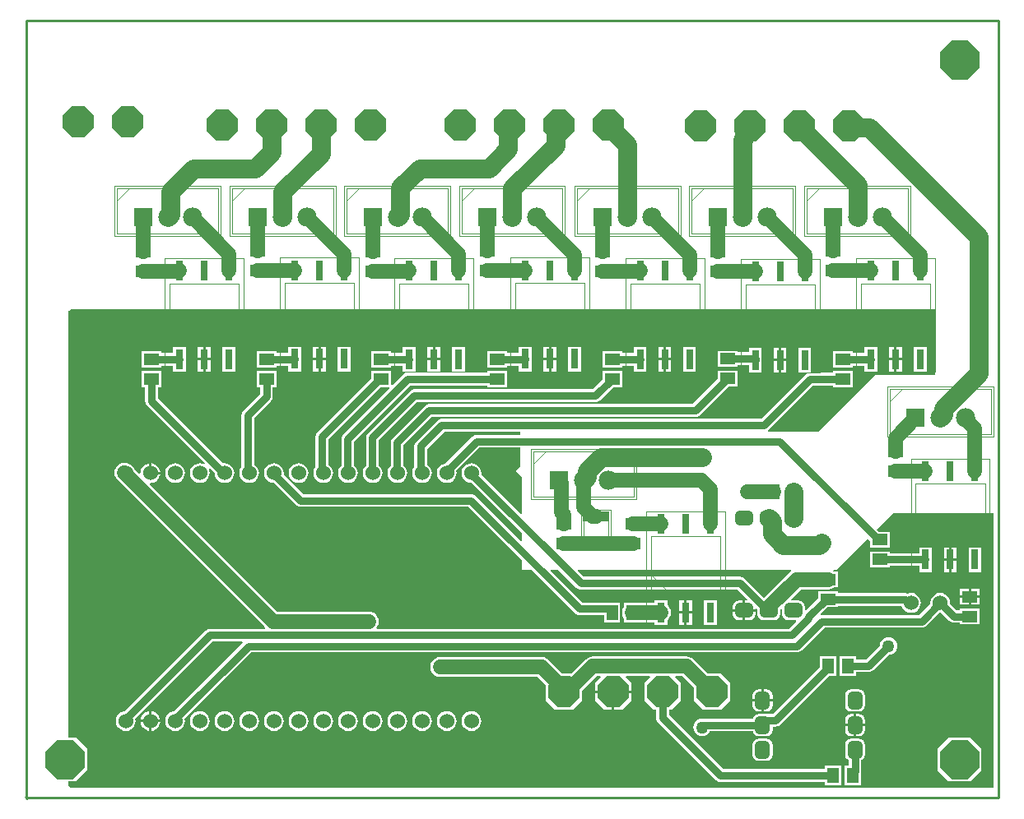
<source format=gtl>
G04*
G04 #@! TF.GenerationSoftware,Altium Limited,Altium Designer,20.0.13 (296)*
G04*
G04 Layer_Physical_Order=1*
G04 Layer_Color=255*
%FSLAX44Y44*%
%MOMM*%
G71*
G01*
G75*
%ADD10C,0.2540*%
%ADD14C,0.1000*%
%ADD15C,0.0500*%
%ADD16R,2.7200X1.0200*%
%ADD17R,1.1430X1.5240*%
G04:AMPARAMS|DCode=18|XSize=1.52mm|YSize=1.78mm|CornerRadius=0.38mm|HoleSize=0mm|Usage=FLASHONLY|Rotation=180.000|XOffset=0mm|YOffset=0mm|HoleType=Round|Shape=RoundedRectangle|*
%AMROUNDEDRECTD18*
21,1,1.5200,1.0200,0,0,180.0*
21,1,0.7600,1.7800,0,0,180.0*
1,1,0.7600,-0.3800,0.5100*
1,1,0.7600,0.3800,0.5100*
1,1,0.7600,0.3800,-0.5100*
1,1,0.7600,-0.3800,-0.5100*
%
%ADD18ROUNDEDRECTD18*%
%ADD19R,1.5240X1.1430*%
G04:AMPARAMS|DCode=20|XSize=1.52mm|YSize=1.78mm|CornerRadius=0.38mm|HoleSize=0mm|Usage=FLASHONLY|Rotation=270.000|XOffset=0mm|YOffset=0mm|HoleType=Round|Shape=RoundedRectangle|*
%AMROUNDEDRECTD20*
21,1,1.5200,1.0200,0,0,270.0*
21,1,0.7600,1.7800,0,0,270.0*
1,1,0.7600,-0.5100,-0.3800*
1,1,0.7600,-0.5100,0.3800*
1,1,0.7600,0.5100,0.3800*
1,1,0.7600,0.5100,-0.3800*
%
%ADD20ROUNDEDRECTD20*%
%ADD21R,0.8000X2.1000*%
%ADD34C,0.8000*%
%ADD35C,1.5240*%
%ADD36C,1.9800*%
%ADD37C,1.5240*%
%ADD38P,3.4641X8X202.5*%
%ADD39P,4.3296X8X22.5*%
%ADD40R,1.9800X1.9800*%
%ADD41C,1.9800*%
%ADD42C,1.2700*%
G36*
X895350Y463550D02*
X895350Y396240D01*
X833120Y396240D01*
X822960Y386080D01*
X774700Y337820D01*
X723374D01*
X722943Y339090D01*
X723484Y339506D01*
X769277Y385299D01*
X789940D01*
Y383640D01*
X810260D01*
Y400150D01*
X789940D01*
Y398491D01*
X767370D01*
Y424425D01*
X754290D01*
Y398345D01*
X762121D01*
X762552Y397075D01*
X761881Y396559D01*
X716088Y350766D01*
X387350D01*
X385643Y350542D01*
X384052Y349883D01*
X382686Y348834D01*
X361221Y327369D01*
X360172Y326003D01*
X359513Y324412D01*
X359289Y322705D01*
Y301379D01*
X358325Y300124D01*
X357301Y297652D01*
X356952Y295000D01*
X357301Y292348D01*
X358325Y289876D01*
X359954Y287754D01*
X362076Y286125D01*
X364548Y285102D01*
X367200Y284752D01*
X369852Y285102D01*
X372324Y286125D01*
X374446Y287754D01*
X376075Y289876D01*
X377099Y292348D01*
X377448Y295000D01*
X377099Y297652D01*
X376075Y300124D01*
X374446Y302246D01*
X372481Y303754D01*
Y319973D01*
X390082Y337574D01*
X468630D01*
Y334256D01*
X423440D01*
X421733Y334032D01*
X420142Y333373D01*
X418776Y332324D01*
X391562Y305111D01*
X389948Y304898D01*
X387476Y303875D01*
X385354Y302246D01*
X383725Y300124D01*
X382701Y297652D01*
X382352Y295000D01*
X382701Y292348D01*
X383725Y289876D01*
X385354Y287754D01*
X387476Y286125D01*
X389948Y285102D01*
X392600Y284752D01*
X395252Y285102D01*
X397724Y286125D01*
X399846Y287754D01*
X401475Y289876D01*
X402499Y292348D01*
X402848Y295000D01*
X402529Y297420D01*
X426172Y321064D01*
X468630D01*
Y302260D01*
X463550Y297180D01*
X469900Y290830D01*
Y253278D01*
X468727Y252792D01*
X428047Y293472D01*
X428248Y295000D01*
X427898Y297652D01*
X426875Y300124D01*
X425246Y302246D01*
X423124Y303875D01*
X420652Y304898D01*
X418000Y305248D01*
X415348Y304898D01*
X412876Y303875D01*
X410754Y302246D01*
X409125Y300124D01*
X408102Y297652D01*
X407752Y295000D01*
X408102Y292348D01*
X409125Y289876D01*
X410754Y287754D01*
X412876Y286125D01*
X415348Y285102D01*
X418000Y284752D01*
X418096Y284765D01*
X469900Y232961D01*
Y225618D01*
X468727Y225132D01*
X422494Y271364D01*
X421128Y272413D01*
X419537Y273072D01*
X417830Y273296D01*
X245022D01*
X224847Y293472D01*
X225048Y295000D01*
X224699Y297652D01*
X223675Y300124D01*
X222046Y302246D01*
X219924Y303875D01*
X217452Y304898D01*
X214800Y305248D01*
X212148Y304898D01*
X209676Y303875D01*
X207554Y302246D01*
X205925Y300124D01*
X204902Y297652D01*
X204552Y295000D01*
X204902Y292348D01*
X205925Y289876D01*
X207554Y287754D01*
X209676Y286125D01*
X212148Y285102D01*
X214800Y284752D01*
X214896Y284765D01*
X237626Y262036D01*
X238992Y260987D01*
X240583Y260328D01*
X242290Y260104D01*
X415098D01*
X469900Y205301D01*
Y195580D01*
X479621D01*
X524676Y150526D01*
X526042Y149477D01*
X527633Y148818D01*
X529340Y148594D01*
X554480D01*
Y141410D01*
X570990D01*
Y161730D01*
X561449D01*
X561020Y161786D01*
X532072D01*
X499452Y194407D01*
X499938Y195580D01*
X507281D01*
X525916Y176946D01*
X527282Y175897D01*
X528873Y175238D01*
X530580Y175014D01*
X691928D01*
X701834Y165107D01*
X701348Y163934D01*
X699770D01*
Y154940D01*
X710064D01*
Y155218D01*
X711237Y155704D01*
X712336Y154605D01*
Y149870D01*
X712828Y147396D01*
X714229Y145299D01*
X716326Y143898D01*
X718800Y143406D01*
X729000D01*
X731474Y143898D01*
X733571Y145299D01*
X734972Y147396D01*
X735464Y149870D01*
Y153984D01*
X736562Y155083D01*
X737736Y154597D01*
Y149870D01*
X738228Y147396D01*
X739629Y145299D01*
X741726Y143898D01*
X744200Y143406D01*
X751571D01*
X752057Y142233D01*
X744501Y134676D01*
X321023D01*
X320397Y135946D01*
X321295Y137116D01*
X322318Y139588D01*
X322668Y142240D01*
X322318Y144892D01*
X321295Y147364D01*
X319666Y149486D01*
X317544Y151115D01*
X315072Y152139D01*
X312420Y152488D01*
X218595D01*
X87451Y283631D01*
X88088Y284790D01*
X90452Y285102D01*
X92924Y286125D01*
X95046Y287754D01*
X96675Y289876D01*
X97698Y292348D01*
X97880Y293730D01*
X87800D01*
Y295000D01*
X86530D01*
Y305081D01*
X85148Y304898D01*
X82676Y303875D01*
X80554Y302246D01*
X78925Y300124D01*
X77902Y297652D01*
X77590Y295288D01*
X76431Y294652D01*
X71498Y299584D01*
X71275Y300124D01*
X69646Y302246D01*
X67524Y303875D01*
X65052Y304898D01*
X64912Y304917D01*
X63737Y305404D01*
X61085Y305753D01*
X58433Y305404D01*
X55961Y304380D01*
X53839Y302751D01*
X52210Y300629D01*
X51186Y298157D01*
X50837Y295505D01*
X51186Y292853D01*
X52210Y290381D01*
X53839Y288259D01*
X206151Y135946D01*
X205625Y134676D01*
X149060D01*
X147353Y134452D01*
X145762Y133793D01*
X144396Y132744D01*
X61362Y49711D01*
X59748Y49499D01*
X57276Y48475D01*
X55154Y46846D01*
X53525Y44724D01*
X52502Y42252D01*
X52152Y39600D01*
X52502Y36948D01*
X53525Y34476D01*
X55154Y32354D01*
X57276Y30725D01*
X59748Y29701D01*
X62400Y29352D01*
X65052Y29701D01*
X67524Y30725D01*
X69646Y32354D01*
X71275Y34476D01*
X72298Y36948D01*
X72648Y39600D01*
X72329Y42020D01*
X151792Y121484D01*
X182275D01*
X182761Y120310D01*
X112162Y49711D01*
X110548Y49499D01*
X108076Y48475D01*
X105954Y46846D01*
X104325Y44724D01*
X103301Y42252D01*
X102952Y39600D01*
X103301Y36948D01*
X104325Y34476D01*
X105954Y32354D01*
X108076Y30725D01*
X110548Y29701D01*
X113200Y29352D01*
X115852Y29701D01*
X118324Y30725D01*
X120446Y32354D01*
X122075Y34476D01*
X123098Y36948D01*
X123448Y39600D01*
X123129Y42020D01*
X191352Y110244D01*
X753110D01*
X754817Y110468D01*
X756408Y111127D01*
X757774Y112176D01*
X781242Y135644D01*
X881140D01*
X882847Y135868D01*
X884438Y136527D01*
X885804Y137576D01*
X899378Y151149D01*
X900190Y151042D01*
X901002Y151149D01*
X909496Y142656D01*
X910862Y141607D01*
X912453Y140948D01*
X914160Y140724D01*
X920750D01*
Y139065D01*
X941070D01*
Y155575D01*
X920750D01*
Y153916D01*
X916892D01*
X910331Y160478D01*
X910438Y161290D01*
X910089Y163942D01*
X909065Y166414D01*
X907436Y168536D01*
X905314Y170165D01*
X902842Y171189D01*
X900190Y171538D01*
X897538Y171189D01*
X895066Y170165D01*
X892944Y168536D01*
X891315Y166414D01*
X890292Y163942D01*
X889942Y161290D01*
X890049Y160478D01*
X878408Y148836D01*
X778510D01*
X777711Y148731D01*
X777118Y149934D01*
X784029Y156845D01*
X795020D01*
Y158075D01*
X860525D01*
X861315Y156166D01*
X862944Y154044D01*
X865066Y152415D01*
X867538Y151391D01*
X870190Y151042D01*
X872842Y151391D01*
X875314Y152415D01*
X877436Y154044D01*
X879065Y156166D01*
X880089Y158638D01*
X880438Y161290D01*
X880089Y163942D01*
X879065Y166414D01*
X877436Y168536D01*
X875314Y170165D01*
X872842Y171189D01*
X870190Y171538D01*
X867538Y171189D01*
X866872Y170913D01*
X866557Y171043D01*
X864850Y171268D01*
X795020D01*
Y173355D01*
X774700D01*
Y166174D01*
X762038Y153511D01*
X760864Y153997D01*
Y157470D01*
X760372Y159944D01*
X758971Y162041D01*
X756874Y163442D01*
X754400Y163934D01*
X747074D01*
X746588Y165107D01*
X756652Y175172D01*
X784860D01*
X787512Y175522D01*
X789984Y176545D01*
X790791Y177165D01*
X795020D01*
Y184754D01*
X795108Y185420D01*
X795020Y186086D01*
Y193675D01*
X790934D01*
X790313Y194310D01*
X790750Y195580D01*
X793750D01*
X825708Y227538D01*
X828040Y225206D01*
Y218025D01*
X848360D01*
Y234535D01*
X837369D01*
X835037Y236867D01*
X852170Y254000D01*
X955040D01*
Y-29210D01*
X6350D01*
X3810Y-26670D01*
Y-22540D01*
X11270D01*
X22540Y-11270D01*
Y11270D01*
X11270Y22540D01*
X3810D01*
Y462280D01*
X5080D01*
X6350Y463550D01*
X895350Y463550D01*
D02*
G37*
G36*
X747321Y194310D02*
X747284Y194295D01*
X745161Y192666D01*
X745161Y192666D01*
X719047Y166552D01*
X699324Y186274D01*
X697958Y187323D01*
X696367Y187982D01*
X694660Y188206D01*
X533312D01*
X527112Y194407D01*
X527598Y195580D01*
X747068Y195580D01*
X747321Y194310D01*
D02*
G37*
%LPC*%
G36*
X716570Y424425D02*
X703490D01*
Y419251D01*
X691402D01*
Y420910D01*
X671082D01*
Y404400D01*
X691402D01*
Y406059D01*
X703490D01*
Y398345D01*
X716570D01*
Y410956D01*
X716627Y411385D01*
Y412655D01*
X716570Y413084D01*
Y424425D01*
D02*
G37*
G36*
X835427Y425255D02*
X822347D01*
Y418811D01*
X810260D01*
Y420470D01*
X789940D01*
Y403960D01*
X810260D01*
Y405619D01*
X822347D01*
Y399175D01*
X835427D01*
Y411786D01*
X835484Y412215D01*
X835427Y412644D01*
Y425255D01*
D02*
G37*
G36*
X598062D02*
X584982D01*
Y418811D01*
X572895D01*
Y420470D01*
X552575D01*
Y403960D01*
X572895D01*
Y405619D01*
X584982D01*
Y399175D01*
X598062D01*
Y411786D01*
X598119Y412215D01*
X598062Y412644D01*
Y425255D01*
D02*
G37*
G36*
X479952Y425695D02*
X466872D01*
Y418811D01*
X454785D01*
Y420470D01*
X434465D01*
Y403960D01*
X454785D01*
Y405619D01*
X466872D01*
Y399615D01*
X479952D01*
Y411786D01*
X480009Y412215D01*
Y412655D01*
X479952Y413084D01*
Y425695D01*
D02*
G37*
G36*
X242885D02*
X229805D01*
Y418811D01*
X217295D01*
Y420470D01*
X196975D01*
Y403960D01*
X217295D01*
Y405619D01*
X229805D01*
Y399615D01*
X242885D01*
Y411786D01*
X242941Y412215D01*
Y412655D01*
X242885Y413084D01*
Y425695D01*
D02*
G37*
G36*
X124352Y425255D02*
X111272D01*
Y418811D01*
X99185D01*
Y420470D01*
X78865D01*
Y403960D01*
X99185D01*
Y405619D01*
X111272D01*
Y399175D01*
X124352D01*
Y411786D01*
X124409Y412215D01*
X124352Y412644D01*
Y425255D01*
D02*
G37*
G36*
X505352Y425695D02*
X500082D01*
Y413925D01*
X505352D01*
Y425695D01*
D02*
G37*
G36*
X268285D02*
X263015D01*
Y413925D01*
X268285D01*
Y425695D01*
D02*
G37*
G36*
X497542D02*
X492272D01*
Y413925D01*
X497542D01*
Y425695D01*
D02*
G37*
G36*
X260475D02*
X255205D01*
Y413925D01*
X260475D01*
Y425695D01*
D02*
G37*
G36*
X860827Y425255D02*
X855557D01*
Y413485D01*
X860827D01*
Y425255D01*
D02*
G37*
G36*
X623462D02*
X618192D01*
Y413485D01*
X623462D01*
Y425255D01*
D02*
G37*
G36*
X385972D02*
X380702D01*
Y413485D01*
X385972D01*
Y425255D01*
D02*
G37*
G36*
X149752D02*
X144482D01*
Y413485D01*
X149752D01*
Y425255D01*
D02*
G37*
G36*
X853017D02*
X847747D01*
Y413485D01*
X853017D01*
Y425255D01*
D02*
G37*
G36*
X615652D02*
X610382D01*
Y413485D01*
X615652D01*
Y425255D01*
D02*
G37*
G36*
X141942D02*
X136672D01*
Y413485D01*
X141942D01*
Y425255D01*
D02*
G37*
G36*
X378162D02*
X372892D01*
Y413485D01*
X378162D01*
Y425255D01*
D02*
G37*
G36*
X741970Y424425D02*
X736700D01*
Y412655D01*
X741970D01*
Y424425D01*
D02*
G37*
G36*
X734160D02*
X728890D01*
Y412655D01*
X734160D01*
Y424425D01*
D02*
G37*
G36*
X530752Y425695D02*
X517672D01*
Y399615D01*
X530752D01*
Y425695D01*
D02*
G37*
G36*
X505352Y411385D02*
X500082D01*
Y399615D01*
X505352D01*
Y411385D01*
D02*
G37*
G36*
X497542D02*
X492272D01*
Y399615D01*
X497542D01*
Y411385D01*
D02*
G37*
G36*
X293685Y425695D02*
X280605D01*
Y399615D01*
X293685D01*
Y425695D01*
D02*
G37*
G36*
X268285Y411385D02*
X263015D01*
Y399615D01*
X268285D01*
Y411385D01*
D02*
G37*
G36*
X260475D02*
X255205D01*
Y399615D01*
X260475D01*
Y411385D01*
D02*
G37*
G36*
X886227Y425255D02*
X873147D01*
Y399175D01*
X886227D01*
Y425255D01*
D02*
G37*
G36*
X860827Y410945D02*
X855557D01*
Y399175D01*
X860827D01*
Y410945D01*
D02*
G37*
G36*
X853017D02*
X847747D01*
Y399175D01*
X853017D01*
Y410945D01*
D02*
G37*
G36*
X648862Y425255D02*
X635782D01*
Y399175D01*
X648862D01*
Y425255D01*
D02*
G37*
G36*
X623462Y410945D02*
X618192D01*
Y399175D01*
X623462D01*
Y410945D01*
D02*
G37*
G36*
X615652D02*
X610382D01*
Y399175D01*
X615652D01*
Y410945D01*
D02*
G37*
G36*
X175152Y425255D02*
X162072D01*
Y399175D01*
X175152D01*
Y425255D01*
D02*
G37*
G36*
X149752Y410945D02*
X144482D01*
Y399175D01*
X149752D01*
Y410945D01*
D02*
G37*
G36*
X141942D02*
X136672D01*
Y399175D01*
X141942D01*
Y410945D01*
D02*
G37*
G36*
X411372Y425255D02*
X398292D01*
Y399762D01*
X398292Y399175D01*
X397305Y398491D01*
X386959D01*
X385972Y399175D01*
X385972Y399762D01*
Y410945D01*
X379432D01*
Y412215D01*
D01*
Y410945D01*
X372892D01*
Y399762D01*
X372892Y399175D01*
X371906Y398491D01*
X361559D01*
X360572Y399175D01*
X360572Y399762D01*
Y411786D01*
X360629Y412215D01*
X360572Y412644D01*
Y425255D01*
X347492D01*
Y418811D01*
X335405D01*
Y420470D01*
X315085D01*
Y403960D01*
X335405D01*
Y405619D01*
X347492D01*
Y399175D01*
X349692D01*
X349944Y397905D01*
X349227Y397608D01*
X347861Y396559D01*
X336578Y385277D01*
X335405Y385763D01*
Y400150D01*
X315085D01*
Y392969D01*
X259621Y337504D01*
X258572Y336138D01*
X257913Y334547D01*
X257689Y332840D01*
Y301379D01*
X256725Y300124D01*
X255702Y297652D01*
X255352Y295000D01*
X255702Y292348D01*
X256725Y289876D01*
X258354Y287754D01*
X260476Y286125D01*
X262948Y285102D01*
X265600Y284752D01*
X268252Y285102D01*
X270724Y286125D01*
X272846Y287754D01*
X274475Y289876D01*
X275499Y292348D01*
X275848Y295000D01*
X275499Y297652D01*
X274475Y300124D01*
X272846Y302246D01*
X270881Y303754D01*
Y330108D01*
X324414Y383640D01*
X333282D01*
X333768Y382467D01*
X286166Y334864D01*
X285117Y333498D01*
X284458Y331907D01*
X284234Y330200D01*
Y302614D01*
X283754Y302246D01*
X282125Y300124D01*
X281101Y297652D01*
X280752Y295000D01*
X281101Y292348D01*
X282125Y289876D01*
X283754Y287754D01*
X285876Y286125D01*
X288348Y285102D01*
X291000Y284752D01*
X293652Y285102D01*
X296124Y286125D01*
X298246Y287754D01*
X299875Y289876D01*
X300898Y292348D01*
X301248Y295000D01*
X300898Y297652D01*
X299875Y300124D01*
X298246Y302246D01*
X297426Y302875D01*
Y327468D01*
X355257Y385299D01*
X434465D01*
Y383640D01*
X454785D01*
Y400150D01*
X434465D01*
Y398491D01*
X412359D01*
X411372Y399175D01*
X411372Y399762D01*
Y425255D01*
D02*
G37*
G36*
X741970Y410115D02*
X736700D01*
Y398345D01*
X741970D01*
Y410115D01*
D02*
G37*
G36*
X734160D02*
X728890D01*
Y398345D01*
X734160D01*
Y410115D01*
D02*
G37*
G36*
X99185Y400150D02*
X78865D01*
Y383640D01*
X82429D01*
Y369165D01*
X82653Y367458D01*
X83312Y365867D01*
X84361Y364501D01*
X143533Y305329D01*
X142813Y304252D01*
X141252Y304898D01*
X138600Y305248D01*
X135948Y304898D01*
X133476Y303875D01*
X131354Y302246D01*
X129725Y300124D01*
X128701Y297652D01*
X128352Y295000D01*
X128701Y292348D01*
X129725Y289876D01*
X131354Y287754D01*
X133476Y286125D01*
X135948Y285102D01*
X138600Y284752D01*
X141252Y285102D01*
X143724Y286125D01*
X145846Y287754D01*
X147475Y289876D01*
X148498Y292348D01*
X148848Y295000D01*
X148498Y297652D01*
X147852Y299213D01*
X148929Y299933D01*
X153765Y295096D01*
X153752Y295000D01*
X154101Y292348D01*
X155125Y289876D01*
X156754Y287754D01*
X158876Y286125D01*
X161348Y285102D01*
X164000Y284752D01*
X166652Y285102D01*
X169124Y286125D01*
X171246Y287754D01*
X172875Y289876D01*
X173899Y292348D01*
X174248Y295000D01*
X173899Y297652D01*
X172875Y300124D01*
X171246Y302246D01*
X169124Y303875D01*
X166652Y304898D01*
X164000Y305248D01*
X162472Y305047D01*
X95621Y371897D01*
Y383640D01*
X99185D01*
Y400150D01*
D02*
G37*
G36*
X89070Y305081D02*
Y296270D01*
X97880D01*
X97698Y297652D01*
X96675Y300124D01*
X95046Y302246D01*
X92924Y303875D01*
X90452Y304898D01*
X89070Y305081D01*
D02*
G37*
G36*
X691402Y400590D02*
X671082D01*
Y391504D01*
X645585Y366006D01*
X374650D01*
X372943Y365782D01*
X371352Y365123D01*
X369986Y364074D01*
X336966Y331054D01*
X335917Y329688D01*
X335258Y328097D01*
X335034Y326390D01*
Y302614D01*
X334554Y302246D01*
X332925Y300124D01*
X331902Y297652D01*
X331552Y295000D01*
X331902Y292348D01*
X332925Y289876D01*
X334554Y287754D01*
X336676Y286125D01*
X339148Y285102D01*
X341800Y284752D01*
X344452Y285102D01*
X346924Y286125D01*
X349046Y287754D01*
X350675Y289876D01*
X351698Y292348D01*
X352048Y295000D01*
X351698Y297652D01*
X350675Y300124D01*
X349046Y302246D01*
X348226Y302875D01*
Y323658D01*
X377382Y352814D01*
X648317D01*
X650025Y353038D01*
X651616Y353697D01*
X652982Y354746D01*
X682316Y384080D01*
X691402D01*
Y400590D01*
D02*
G37*
G36*
X572895Y400150D02*
X552575D01*
Y391064D01*
X542758Y381246D01*
X359410D01*
X357703Y381022D01*
X356112Y380363D01*
X354746Y379314D01*
X311566Y336134D01*
X310517Y334768D01*
X309858Y333177D01*
X309634Y331470D01*
Y302614D01*
X309154Y302246D01*
X307525Y300124D01*
X306502Y297652D01*
X306152Y295000D01*
X306502Y292348D01*
X307525Y289876D01*
X309154Y287754D01*
X311276Y286125D01*
X313748Y285102D01*
X316400Y284752D01*
X319052Y285102D01*
X321524Y286125D01*
X323646Y287754D01*
X325275Y289876D01*
X326298Y292348D01*
X326648Y295000D01*
X326298Y297652D01*
X325275Y300124D01*
X323646Y302246D01*
X322826Y302875D01*
Y328738D01*
X362142Y368054D01*
X545490D01*
X547197Y368278D01*
X548788Y368937D01*
X550154Y369986D01*
X563809Y383640D01*
X572895D01*
Y400150D01*
D02*
G37*
G36*
X240200Y305248D02*
X237548Y304898D01*
X235076Y303875D01*
X232954Y302246D01*
X231325Y300124D01*
X230301Y297652D01*
X229952Y295000D01*
X230301Y292348D01*
X231325Y289876D01*
X232954Y287754D01*
X235076Y286125D01*
X237548Y285102D01*
X240200Y284752D01*
X242852Y285102D01*
X245324Y286125D01*
X247446Y287754D01*
X249075Y289876D01*
X250098Y292348D01*
X250448Y295000D01*
X250098Y297652D01*
X249075Y300124D01*
X247446Y302246D01*
X245324Y303875D01*
X242852Y304898D01*
X240200Y305248D01*
D02*
G37*
G36*
X217295Y400150D02*
X196975D01*
Y383640D01*
X200539D01*
Y376237D01*
X183421Y359119D01*
X182372Y357753D01*
X181713Y356162D01*
X181489Y354455D01*
Y301379D01*
X180525Y300124D01*
X179501Y297652D01*
X179152Y295000D01*
X179501Y292348D01*
X180525Y289876D01*
X182154Y287754D01*
X184276Y286125D01*
X186748Y285102D01*
X189400Y284752D01*
X192052Y285102D01*
X194524Y286125D01*
X196646Y287754D01*
X198275Y289876D01*
X199298Y292348D01*
X199648Y295000D01*
X199298Y297652D01*
X198275Y300124D01*
X196646Y302246D01*
X194681Y303754D01*
Y351723D01*
X211799Y368841D01*
X212848Y370207D01*
X213507Y371798D01*
X213731Y373505D01*
Y383640D01*
X217295D01*
Y400150D01*
D02*
G37*
G36*
X113200Y305248D02*
X110548Y304898D01*
X108076Y303875D01*
X105954Y302246D01*
X104325Y300124D01*
X103301Y297652D01*
X102952Y295000D01*
X103301Y292348D01*
X104325Y289876D01*
X105954Y287754D01*
X108076Y286125D01*
X110548Y285102D01*
X113200Y284752D01*
X115852Y285102D01*
X118324Y286125D01*
X120446Y287754D01*
X122075Y289876D01*
X123098Y292348D01*
X123448Y295000D01*
X123098Y297652D01*
X122075Y300124D01*
X120446Y302246D01*
X118324Y303875D01*
X115852Y304898D01*
X113200Y305248D01*
D02*
G37*
G36*
X891730Y219000D02*
X878650D01*
Y212556D01*
X848360D01*
Y214215D01*
X828040D01*
Y197705D01*
X848360D01*
Y199363D01*
X878650D01*
Y192920D01*
X891730D01*
Y205531D01*
X891786Y205960D01*
X891730Y206389D01*
Y219000D01*
D02*
G37*
G36*
X917130D02*
X911860D01*
Y207230D01*
X917130D01*
Y219000D01*
D02*
G37*
G36*
X909320D02*
X904050D01*
Y207230D01*
X909320D01*
Y219000D01*
D02*
G37*
G36*
X942530D02*
X929450D01*
Y192920D01*
X942530D01*
Y219000D01*
D02*
G37*
G36*
X917130Y204690D02*
X911860D01*
Y192920D01*
X917130D01*
Y204690D01*
D02*
G37*
G36*
X909320D02*
X904050D01*
Y192920D01*
X909320D01*
Y204690D01*
D02*
G37*
G36*
X941070Y175895D02*
X932180D01*
Y168910D01*
X941070D01*
Y175895D01*
D02*
G37*
G36*
X929640D02*
X920750D01*
Y168910D01*
X929640D01*
Y175895D01*
D02*
G37*
G36*
X941070Y166370D02*
X932180D01*
Y159385D01*
X941070D01*
Y166370D01*
D02*
G37*
G36*
X929640D02*
X920750D01*
Y159385D01*
X929640D01*
Y166370D01*
D02*
G37*
G36*
X697230Y163934D02*
X693400D01*
X690926Y163442D01*
X688829Y162041D01*
X687428Y159944D01*
X686936Y157470D01*
Y154940D01*
X697230D01*
Y163934D01*
D02*
G37*
G36*
X644927Y164610D02*
X639657D01*
Y152840D01*
X644927D01*
Y164610D01*
D02*
G37*
G36*
X637117D02*
X631847D01*
Y152840D01*
X637117D01*
Y164610D01*
D02*
G37*
G36*
X710064Y152400D02*
X699770D01*
Y143406D01*
X703600D01*
X706074Y143898D01*
X708171Y145299D01*
X709572Y147396D01*
X710064Y149870D01*
Y152400D01*
D02*
G37*
G36*
X697230D02*
X686936D01*
Y149870D01*
X687428Y147396D01*
X688829Y145299D01*
X690926Y143898D01*
X693400Y143406D01*
X697230D01*
Y152400D01*
D02*
G37*
G36*
X670327Y164610D02*
X657247D01*
Y138530D01*
X670327D01*
Y164610D01*
D02*
G37*
G36*
X644927Y150300D02*
X639657D01*
Y138530D01*
X644927D01*
Y150300D01*
D02*
G37*
G36*
X637117D02*
X631847D01*
Y138530D01*
X637117D01*
Y150300D01*
D02*
G37*
G36*
X619527Y164610D02*
X606447D01*
Y161818D01*
X583055D01*
X582389Y161730D01*
X574800D01*
Y157501D01*
X574180Y156694D01*
X573157Y154222D01*
X572807Y151570D01*
X573157Y148918D01*
X574180Y146446D01*
X574800Y145638D01*
Y141410D01*
X582389D01*
X583055Y141322D01*
X606447D01*
Y138530D01*
X619527D01*
Y143782D01*
X620234Y144324D01*
X621862Y146446D01*
X622886Y148918D01*
X623235Y151570D01*
X622886Y154222D01*
X621862Y156694D01*
X620234Y158816D01*
X619527Y159358D01*
Y164610D01*
D02*
G37*
G36*
X639318Y106260D02*
X639318Y106260D01*
X542780D01*
X542779Y106260D01*
X540127Y105911D01*
X537655Y104887D01*
X535533Y103258D01*
X520667Y88392D01*
X511570D01*
X497466Y102496D01*
X495344Y104125D01*
X492872Y105148D01*
X490220Y105498D01*
X490220Y105498D01*
X386080D01*
X383428Y105148D01*
X380956Y104125D01*
X378834Y102496D01*
X377205Y100374D01*
X376181Y97902D01*
X375832Y95250D01*
X376181Y92598D01*
X377205Y90126D01*
X378834Y88004D01*
X380956Y86375D01*
X383428Y85351D01*
X386080Y85002D01*
X485975D01*
X494538Y76439D01*
Y60579D01*
X503809Y51308D01*
X522351D01*
X531622Y60579D01*
Y70362D01*
X547024Y85764D01*
X550322D01*
X550808Y84591D01*
X545338Y79121D01*
Y71120D01*
X563880D01*
X582422D01*
Y79121D01*
X576952Y84591D01*
X577438Y85764D01*
X601122D01*
X601608Y84591D01*
X596138Y79121D01*
Y60579D01*
X605409Y51308D01*
X608084D01*
Y43180D01*
X608308Y41473D01*
X608967Y39882D01*
X610016Y38516D01*
X669706Y-21174D01*
X671072Y-22223D01*
X672663Y-22882D01*
X674370Y-23106D01*
X781685D01*
Y-26670D01*
X798195D01*
Y-6350D01*
X781685D01*
Y-9914D01*
X677102D01*
X621276Y45912D01*
Y51308D01*
X623951D01*
X633222Y60579D01*
Y79121D01*
X627752Y84591D01*
X628238Y85764D01*
X635073D01*
X646938Y73899D01*
Y60579D01*
X656209Y51308D01*
X674751D01*
X684022Y60579D01*
Y79121D01*
X674751Y88392D01*
X661430D01*
X646564Y103258D01*
X644442Y104887D01*
X641970Y105911D01*
X639318Y106260D01*
D02*
G37*
G36*
X847090Y125807D02*
X844769Y125501D01*
X842607Y124605D01*
X840750Y123180D01*
X839325Y121323D01*
X838429Y119161D01*
X838178Y117257D01*
X824038Y103116D01*
X813435D01*
Y106680D01*
X796925D01*
Y86360D01*
X813435D01*
Y89924D01*
X826770D01*
X828477Y90148D01*
X830068Y90807D01*
X831434Y91856D01*
X847507Y107928D01*
X849411Y108179D01*
X851573Y109075D01*
X853430Y110500D01*
X854855Y112357D01*
X855751Y114519D01*
X856057Y116840D01*
X855751Y119161D01*
X854855Y121323D01*
X853430Y123180D01*
X851573Y124605D01*
X849411Y125501D01*
X847090Y125807D01*
D02*
G37*
G36*
X721350Y72524D02*
X718820D01*
Y62230D01*
X727814D01*
Y66060D01*
X727322Y68534D01*
X725921Y70631D01*
X723824Y72032D01*
X721350Y72524D01*
D02*
G37*
G36*
X716280D02*
X713750D01*
X711276Y72032D01*
X709179Y70631D01*
X707778Y68534D01*
X707286Y66060D01*
Y62230D01*
X716280D01*
Y72524D01*
D02*
G37*
G36*
X582422Y68580D02*
X565150D01*
Y51308D01*
X573151D01*
X582422Y60579D01*
Y68580D01*
D02*
G37*
G36*
X562610D02*
X545338D01*
Y60579D01*
X554609Y51308D01*
X562610D01*
Y68580D01*
D02*
G37*
G36*
X816350Y72524D02*
X808750D01*
X806276Y72032D01*
X804179Y70631D01*
X802778Y68534D01*
X802286Y66060D01*
Y55860D01*
X802778Y53386D01*
X804179Y51289D01*
X806276Y49888D01*
X808750Y49396D01*
X816350D01*
X818824Y49888D01*
X820921Y51289D01*
X822322Y53386D01*
X822814Y55860D01*
Y66060D01*
X822322Y68534D01*
X820921Y70631D01*
X818824Y72032D01*
X816350Y72524D01*
D02*
G37*
G36*
X727814Y59690D02*
X718820D01*
Y49396D01*
X721350D01*
X723824Y49888D01*
X725921Y51289D01*
X727322Y53386D01*
X727814Y55860D01*
Y59690D01*
D02*
G37*
G36*
X716280D02*
X707286D01*
Y55860D01*
X707778Y53386D01*
X709179Y51289D01*
X711276Y49888D01*
X713750Y49396D01*
X716280D01*
Y59690D01*
D02*
G37*
G36*
X793115Y106680D02*
X776605D01*
Y95689D01*
X727973Y47056D01*
X721691D01*
X721350Y47124D01*
X713750D01*
X711276Y46632D01*
X709179Y45231D01*
X707778Y43134D01*
X707583Y42156D01*
X659132D01*
X657424Y41932D01*
X657018Y41763D01*
X655320Y41987D01*
X652999Y41681D01*
X650837Y40785D01*
X648980Y39360D01*
X647555Y37503D01*
X646659Y35341D01*
X646353Y33020D01*
X646659Y30699D01*
X647555Y28537D01*
X648980Y26680D01*
X650837Y25255D01*
X652999Y24359D01*
X655320Y24053D01*
X657641Y24359D01*
X659803Y25255D01*
X661660Y26680D01*
X663085Y28537D01*
X663262Y28964D01*
X707583D01*
X707778Y27986D01*
X709179Y25889D01*
X711276Y24488D01*
X713750Y23996D01*
X721350D01*
X723824Y24488D01*
X725921Y25889D01*
X727322Y27986D01*
X727814Y30460D01*
Y33864D01*
X730705D01*
X732412Y34088D01*
X734003Y34747D01*
X735369Y35796D01*
X785934Y86360D01*
X793115D01*
Y106680D01*
D02*
G37*
G36*
X89070Y49681D02*
Y40870D01*
X97880D01*
X97698Y42252D01*
X96675Y44724D01*
X95046Y46846D01*
X92924Y48475D01*
X90452Y49499D01*
X89070Y49681D01*
D02*
G37*
G36*
X86530D02*
X85148Y49499D01*
X82676Y48475D01*
X80554Y46846D01*
X78925Y44724D01*
X77902Y42252D01*
X77719Y40870D01*
X86530D01*
Y49681D01*
D02*
G37*
G36*
X816350Y47124D02*
X813820D01*
Y36830D01*
X822814D01*
Y40660D01*
X822322Y43134D01*
X820921Y45231D01*
X818824Y46632D01*
X816350Y47124D01*
D02*
G37*
G36*
X811280D02*
X808750D01*
X806276Y46632D01*
X804179Y45231D01*
X802778Y43134D01*
X802286Y40660D01*
Y36830D01*
X811280D01*
Y47124D01*
D02*
G37*
G36*
X97880Y38330D02*
X89070D01*
Y29520D01*
X90452Y29701D01*
X92924Y30725D01*
X95046Y32354D01*
X96675Y34476D01*
X97698Y36948D01*
X97880Y38330D01*
D02*
G37*
G36*
X86530D02*
X77719D01*
X77902Y36948D01*
X78925Y34476D01*
X80554Y32354D01*
X82676Y30725D01*
X85148Y29701D01*
X86530Y29520D01*
Y38330D01*
D02*
G37*
G36*
X418000Y49848D02*
X415348Y49499D01*
X412876Y48475D01*
X410754Y46846D01*
X409125Y44724D01*
X408102Y42252D01*
X407752Y39600D01*
X408102Y36948D01*
X409125Y34476D01*
X410754Y32354D01*
X412876Y30725D01*
X415348Y29701D01*
X418000Y29352D01*
X420652Y29701D01*
X423124Y30725D01*
X425246Y32354D01*
X426875Y34476D01*
X427898Y36948D01*
X428248Y39600D01*
X427898Y42252D01*
X426875Y44724D01*
X425246Y46846D01*
X423124Y48475D01*
X420652Y49499D01*
X418000Y49848D01*
D02*
G37*
G36*
X392600D02*
X389948Y49499D01*
X387476Y48475D01*
X385354Y46846D01*
X383725Y44724D01*
X382701Y42252D01*
X382352Y39600D01*
X382701Y36948D01*
X383725Y34476D01*
X385354Y32354D01*
X387476Y30725D01*
X389948Y29701D01*
X392600Y29352D01*
X395252Y29701D01*
X397724Y30725D01*
X399846Y32354D01*
X401475Y34476D01*
X402499Y36948D01*
X402848Y39600D01*
X402499Y42252D01*
X401475Y44724D01*
X399846Y46846D01*
X397724Y48475D01*
X395252Y49499D01*
X392600Y49848D01*
D02*
G37*
G36*
X367200D02*
X364548Y49499D01*
X362076Y48475D01*
X359954Y46846D01*
X358325Y44724D01*
X357301Y42252D01*
X356952Y39600D01*
X357301Y36948D01*
X358325Y34476D01*
X359954Y32354D01*
X362076Y30725D01*
X364548Y29701D01*
X367200Y29352D01*
X369852Y29701D01*
X372324Y30725D01*
X374446Y32354D01*
X376075Y34476D01*
X377099Y36948D01*
X377448Y39600D01*
X377099Y42252D01*
X376075Y44724D01*
X374446Y46846D01*
X372324Y48475D01*
X369852Y49499D01*
X367200Y49848D01*
D02*
G37*
G36*
X341800D02*
X339148Y49499D01*
X336676Y48475D01*
X334554Y46846D01*
X332925Y44724D01*
X331902Y42252D01*
X331552Y39600D01*
X331902Y36948D01*
X332925Y34476D01*
X334554Y32354D01*
X336676Y30725D01*
X339148Y29701D01*
X341800Y29352D01*
X344452Y29701D01*
X346924Y30725D01*
X349046Y32354D01*
X350675Y34476D01*
X351698Y36948D01*
X352048Y39600D01*
X351698Y42252D01*
X350675Y44724D01*
X349046Y46846D01*
X346924Y48475D01*
X344452Y49499D01*
X341800Y49848D01*
D02*
G37*
G36*
X316400D02*
X313748Y49499D01*
X311276Y48475D01*
X309154Y46846D01*
X307525Y44724D01*
X306502Y42252D01*
X306152Y39600D01*
X306502Y36948D01*
X307525Y34476D01*
X309154Y32354D01*
X311276Y30725D01*
X313748Y29701D01*
X316400Y29352D01*
X319052Y29701D01*
X321524Y30725D01*
X323646Y32354D01*
X325275Y34476D01*
X326298Y36948D01*
X326648Y39600D01*
X326298Y42252D01*
X325275Y44724D01*
X323646Y46846D01*
X321524Y48475D01*
X319052Y49499D01*
X316400Y49848D01*
D02*
G37*
G36*
X291000D02*
X288348Y49499D01*
X285876Y48475D01*
X283754Y46846D01*
X282125Y44724D01*
X281101Y42252D01*
X280752Y39600D01*
X281101Y36948D01*
X282125Y34476D01*
X283754Y32354D01*
X285876Y30725D01*
X288348Y29701D01*
X291000Y29352D01*
X293652Y29701D01*
X296124Y30725D01*
X298246Y32354D01*
X299875Y34476D01*
X300898Y36948D01*
X301248Y39600D01*
X300898Y42252D01*
X299875Y44724D01*
X298246Y46846D01*
X296124Y48475D01*
X293652Y49499D01*
X291000Y49848D01*
D02*
G37*
G36*
X265600D02*
X262948Y49499D01*
X260476Y48475D01*
X258354Y46846D01*
X256725Y44724D01*
X255702Y42252D01*
X255352Y39600D01*
X255702Y36948D01*
X256725Y34476D01*
X258354Y32354D01*
X260476Y30725D01*
X262948Y29701D01*
X265600Y29352D01*
X268252Y29701D01*
X270724Y30725D01*
X272846Y32354D01*
X274475Y34476D01*
X275499Y36948D01*
X275848Y39600D01*
X275499Y42252D01*
X274475Y44724D01*
X272846Y46846D01*
X270724Y48475D01*
X268252Y49499D01*
X265600Y49848D01*
D02*
G37*
G36*
X240200D02*
X237548Y49499D01*
X235076Y48475D01*
X232954Y46846D01*
X231325Y44724D01*
X230301Y42252D01*
X229952Y39600D01*
X230301Y36948D01*
X231325Y34476D01*
X232954Y32354D01*
X235076Y30725D01*
X237548Y29701D01*
X240200Y29352D01*
X242852Y29701D01*
X245324Y30725D01*
X247446Y32354D01*
X249075Y34476D01*
X250098Y36948D01*
X250448Y39600D01*
X250098Y42252D01*
X249075Y44724D01*
X247446Y46846D01*
X245324Y48475D01*
X242852Y49499D01*
X240200Y49848D01*
D02*
G37*
G36*
X214800D02*
X212148Y49499D01*
X209676Y48475D01*
X207554Y46846D01*
X205925Y44724D01*
X204902Y42252D01*
X204552Y39600D01*
X204902Y36948D01*
X205925Y34476D01*
X207554Y32354D01*
X209676Y30725D01*
X212148Y29701D01*
X214800Y29352D01*
X217452Y29701D01*
X219924Y30725D01*
X222046Y32354D01*
X223675Y34476D01*
X224699Y36948D01*
X225048Y39600D01*
X224699Y42252D01*
X223675Y44724D01*
X222046Y46846D01*
X219924Y48475D01*
X217452Y49499D01*
X214800Y49848D01*
D02*
G37*
G36*
X189400D02*
X186748Y49499D01*
X184276Y48475D01*
X182154Y46846D01*
X180525Y44724D01*
X179501Y42252D01*
X179152Y39600D01*
X179501Y36948D01*
X180525Y34476D01*
X182154Y32354D01*
X184276Y30725D01*
X186748Y29701D01*
X189400Y29352D01*
X192052Y29701D01*
X194524Y30725D01*
X196646Y32354D01*
X198275Y34476D01*
X199298Y36948D01*
X199648Y39600D01*
X199298Y42252D01*
X198275Y44724D01*
X196646Y46846D01*
X194524Y48475D01*
X192052Y49499D01*
X189400Y49848D01*
D02*
G37*
G36*
X164000D02*
X161348Y49499D01*
X158876Y48475D01*
X156754Y46846D01*
X155125Y44724D01*
X154101Y42252D01*
X153752Y39600D01*
X154101Y36948D01*
X155125Y34476D01*
X156754Y32354D01*
X158876Y30725D01*
X161348Y29701D01*
X164000Y29352D01*
X166652Y29701D01*
X169124Y30725D01*
X171246Y32354D01*
X172875Y34476D01*
X173899Y36948D01*
X174248Y39600D01*
X173899Y42252D01*
X172875Y44724D01*
X171246Y46846D01*
X169124Y48475D01*
X166652Y49499D01*
X164000Y49848D01*
D02*
G37*
G36*
X138600D02*
X135948Y49499D01*
X133476Y48475D01*
X131354Y46846D01*
X129725Y44724D01*
X128701Y42252D01*
X128352Y39600D01*
X128701Y36948D01*
X129725Y34476D01*
X131354Y32354D01*
X133476Y30725D01*
X135948Y29701D01*
X138600Y29352D01*
X141252Y29701D01*
X143724Y30725D01*
X145846Y32354D01*
X147475Y34476D01*
X148498Y36948D01*
X148848Y39600D01*
X148498Y42252D01*
X147475Y44724D01*
X145846Y46846D01*
X143724Y48475D01*
X141252Y49499D01*
X138600Y49848D01*
D02*
G37*
G36*
X822814Y34290D02*
X813820D01*
Y23996D01*
X816350D01*
X818824Y24488D01*
X820921Y25889D01*
X822322Y27986D01*
X822814Y30460D01*
Y34290D01*
D02*
G37*
G36*
X811280D02*
X802286D01*
Y30460D01*
X802778Y27986D01*
X804179Y25889D01*
X806276Y24488D01*
X808750Y23996D01*
X811280D01*
Y34290D01*
D02*
G37*
G36*
X721350Y21724D02*
X713750D01*
X711276Y21232D01*
X709179Y19831D01*
X707778Y17734D01*
X707286Y15260D01*
Y5060D01*
X707778Y2586D01*
X709179Y489D01*
X711276Y-912D01*
X713750Y-1404D01*
X721350D01*
X723824Y-912D01*
X725921Y489D01*
X727322Y2586D01*
X727814Y5060D01*
Y15260D01*
X727322Y17734D01*
X725921Y19831D01*
X723824Y21232D01*
X721350Y21724D01*
D02*
G37*
G36*
X931270Y22540D02*
X908730D01*
X897460Y11270D01*
Y-11270D01*
X908730Y-22540D01*
X931270D01*
X942540Y-11270D01*
Y11270D01*
X931270Y22540D01*
D02*
G37*
G36*
X816350Y21724D02*
X808750D01*
X806276Y21232D01*
X804179Y19831D01*
X802778Y17734D01*
X802286Y15260D01*
Y5060D01*
X802778Y2586D01*
X804179Y489D01*
X805954Y-697D01*
Y-6350D01*
X802005D01*
Y-26670D01*
X818515D01*
Y-15004D01*
X818922Y-14022D01*
X819146Y-12315D01*
Y-697D01*
X820921Y489D01*
X822322Y2586D01*
X822814Y5060D01*
Y15260D01*
X822322Y17734D01*
X820921Y19831D01*
X818824Y21232D01*
X816350Y21724D01*
D02*
G37*
%LPD*%
D10*
X-39880Y760730D02*
X960120D01*
Y560730D02*
Y760730D01*
Y160730D02*
Y560730D01*
Y-39270D02*
Y160730D01*
X-39880Y360730D02*
Y760730D01*
Y-39270D02*
Y360730D01*
X710120Y-39270D02*
X960120D01*
X210120D02*
X710120D01*
X-39880D02*
X210120D01*
X-40515Y-38635D02*
X-39245Y-39905D01*
D14*
X558600Y220220D02*
Y252220D01*
X533600Y220220D02*
X558600D01*
X533600D02*
Y252220D01*
X558600D01*
X602787Y164570D02*
Y229570D01*
X673988D01*
Y164570D02*
Y229570D01*
X602787Y164570D02*
X673988D01*
X602787Y189970D02*
X628187Y164570D01*
X481400Y316952D02*
X585400D01*
Y270952D02*
Y316952D01*
X481400Y270952D02*
X585400D01*
X481400D02*
Y316952D01*
Y304202D02*
X494150Y316952D01*
X848430Y381290D02*
X952430D01*
Y335290D02*
Y381290D01*
X848430Y335290D02*
X952430D01*
X848430D02*
Y381290D01*
Y368540D02*
X861180Y381290D01*
X818688Y425215D02*
Y490215D01*
X889887D01*
Y425215D02*
Y490215D01*
X818688Y425215D02*
X889887D01*
X818688Y450615D02*
X844088Y425215D01*
X699830Y424385D02*
Y489385D01*
X771030D01*
Y424385D02*
Y489385D01*
X699830Y424385D02*
X771030D01*
X699830Y449785D02*
X725230Y424385D01*
X581323Y425215D02*
Y490215D01*
X652523D01*
Y425215D02*
Y490215D01*
X581323Y425215D02*
X652523D01*
X581323Y450615D02*
X606723Y425215D01*
X463213Y425655D02*
Y490655D01*
X534412D01*
Y425655D02*
Y490655D01*
X463213Y425655D02*
X534412D01*
X463213Y451055D02*
X488613Y425655D01*
X343833Y425215D02*
Y490215D01*
X415033D01*
Y425215D02*
Y490215D01*
X343833Y425215D02*
X415033D01*
X343833Y450615D02*
X369233Y425215D01*
X226145Y425655D02*
Y490655D01*
X297345D01*
Y425655D02*
Y490655D01*
X226145Y425655D02*
X297345D01*
X226145Y451055D02*
X251545Y425655D01*
X107613Y425215D02*
Y490215D01*
X178813D01*
Y425215D02*
Y490215D01*
X107613Y425215D02*
X178813D01*
X107613Y450615D02*
X133013Y425215D01*
X874990Y218960D02*
Y283960D01*
X946190D01*
Y218960D02*
Y283960D01*
X874990Y218960D02*
X946190D01*
X874990Y244360D02*
X900390Y218960D01*
X53635Y587765D02*
X157635D01*
Y541765D02*
Y587765D01*
X53635Y541765D02*
X157635D01*
X53635D02*
Y587765D01*
Y575015D02*
X66385Y587765D01*
X289855D02*
X393855D01*
Y541765D02*
Y587765D01*
X289855Y541765D02*
X393855D01*
X289855D02*
Y587765D01*
Y575015D02*
X302605Y587765D01*
X171745D02*
X275745D01*
Y541765D02*
Y587765D01*
X171745Y541765D02*
X275745D01*
X171745D02*
Y587765D01*
Y575015D02*
X184495Y587765D01*
X407765D02*
X511765D01*
Y541765D02*
Y587765D01*
X407765Y541765D02*
X511765D01*
X407765D02*
Y587765D01*
Y575015D02*
X420515Y587765D01*
X526500D02*
X630500D01*
Y541765D02*
Y587765D01*
X526500Y541765D02*
X630500D01*
X526500D02*
Y587765D01*
Y575015D02*
X539250Y587765D01*
X644610D02*
X748610D01*
Y541765D02*
Y587765D01*
X644610Y541765D02*
X748610D01*
X644610D02*
Y587765D01*
Y575015D02*
X657360Y587765D01*
X763118D02*
X867117D01*
Y541765D02*
Y587765D01*
X763118Y541765D02*
X867117D01*
X763118D02*
Y587765D01*
Y575015D02*
X775867Y587765D01*
D15*
X561200Y215620D02*
Y256820D01*
X531000Y215620D02*
X561200D01*
X531000D02*
Y256820D01*
X561200D01*
X597788Y138570D02*
Y255570D01*
X678987D01*
Y138570D02*
Y255570D01*
X597788Y138570D02*
X678987D01*
X478900Y319453D02*
X587900D01*
Y268452D02*
Y319453D01*
X478900Y268452D02*
X587900D01*
X478900D02*
Y319453D01*
X845930Y383790D02*
X954930D01*
Y332790D02*
Y383790D01*
X845930Y332790D02*
X954930D01*
X845930D02*
Y383790D01*
X813688Y399215D02*
Y516215D01*
X894888D01*
Y399215D02*
Y516215D01*
X813688Y399215D02*
X894888D01*
X694830Y398385D02*
Y515385D01*
X776030D01*
Y398385D02*
Y515385D01*
X694830Y398385D02*
X776030D01*
X576323Y399215D02*
Y516215D01*
X657523D01*
Y399215D02*
Y516215D01*
X576323Y399215D02*
X657523D01*
X458213Y399655D02*
Y516655D01*
X539413D01*
Y399655D02*
Y516655D01*
X458213Y399655D02*
X539413D01*
X338833Y399215D02*
Y516215D01*
X420033D01*
Y399215D02*
Y516215D01*
X338833Y399215D02*
X420033D01*
X221145Y399655D02*
Y516655D01*
X302345D01*
Y399655D02*
Y516655D01*
X221145Y399655D02*
X302345D01*
X102612Y399215D02*
Y516215D01*
X183813D01*
Y399215D02*
Y516215D01*
X102612Y399215D02*
X183813D01*
X869990Y192960D02*
Y309960D01*
X951190D01*
Y192960D02*
Y309960D01*
X869990Y192960D02*
X951190D01*
X51135Y590265D02*
X160135D01*
Y539265D02*
Y590265D01*
X51135Y539265D02*
X160135D01*
X51135D02*
Y590265D01*
X287355D02*
X396355D01*
Y539265D02*
Y590265D01*
X287355Y539265D02*
X396355D01*
X287355D02*
Y590265D01*
X169245D02*
X278245D01*
Y539265D02*
Y590265D01*
X169245Y539265D02*
X278245D01*
X169245D02*
Y590265D01*
X405265D02*
X514265D01*
Y539265D02*
Y590265D01*
X405265Y539265D02*
X514265D01*
X405265D02*
Y590265D01*
X524000D02*
X633000D01*
Y539265D02*
Y590265D01*
X524000Y539265D02*
X633000D01*
X524000D02*
Y590265D01*
X642110D02*
X751110D01*
Y539265D02*
Y590265D01*
X642110Y539265D02*
X751110D01*
X642110D02*
Y590265D01*
X760618D02*
X869617D01*
Y539265D02*
Y590265D01*
X760618Y539265D02*
X869617D01*
X760618D02*
Y590265D01*
D16*
X546100Y250220D02*
D03*
Y222220D02*
D03*
D17*
X784860Y96520D02*
D03*
X805180D02*
D03*
X789940Y-16510D02*
D03*
X810260D02*
D03*
X728980Y275590D02*
D03*
X749300D02*
D03*
X562735Y151570D02*
D03*
X583055D02*
D03*
D18*
X717550Y60960D02*
D03*
X717550Y35560D02*
D03*
Y10160D02*
D03*
X812550Y60960D02*
D03*
Y35560D02*
D03*
Y10160D02*
D03*
D19*
X930910Y167640D02*
D03*
Y147320D02*
D03*
X784860Y185420D02*
D03*
Y165100D02*
D03*
X513080Y222250D02*
D03*
Y242570D02*
D03*
X584200Y242570D02*
D03*
Y222250D02*
D03*
X789617Y503215D02*
D03*
Y523535D02*
D03*
X800100Y391895D02*
D03*
Y412215D02*
D03*
X681242Y392335D02*
D03*
Y412655D02*
D03*
X671110Y502385D02*
D03*
Y522705D02*
D03*
X553000Y502385D02*
D03*
Y522705D02*
D03*
X562735Y391895D02*
D03*
Y412215D02*
D03*
X434265Y503655D02*
D03*
Y523975D02*
D03*
X444625Y391895D02*
D03*
Y412215D02*
D03*
X325245Y391895D02*
D03*
Y412215D02*
D03*
X316355Y502385D02*
D03*
Y522705D02*
D03*
X207135Y391895D02*
D03*
Y412215D02*
D03*
X198245Y503655D02*
D03*
Y523975D02*
D03*
X89025Y391895D02*
D03*
Y412215D02*
D03*
X80135Y502385D02*
D03*
Y522705D02*
D03*
X854287Y296960D02*
D03*
Y317280D02*
D03*
X838200Y226280D02*
D03*
Y205960D02*
D03*
D20*
X749300Y248670D02*
D03*
X723900D02*
D03*
X698500D02*
D03*
X749300Y153670D02*
D03*
X723900D02*
D03*
X698500Y153670D02*
D03*
D21*
X612987Y151570D02*
D03*
X638387D02*
D03*
X663787D02*
D03*
Y242570D02*
D03*
X638387D02*
D03*
X612987D02*
D03*
X828887Y412215D02*
D03*
X854287D02*
D03*
X879687D02*
D03*
Y503215D02*
D03*
X854287D02*
D03*
X828887D02*
D03*
X710030Y411385D02*
D03*
X735430D02*
D03*
X760830D02*
D03*
Y502385D02*
D03*
X735430D02*
D03*
X710030D02*
D03*
X591522Y412215D02*
D03*
X616922D02*
D03*
X642322D02*
D03*
Y503215D02*
D03*
X616922D02*
D03*
X591522D02*
D03*
X473412Y412655D02*
D03*
X498812D02*
D03*
X524212D02*
D03*
Y503655D02*
D03*
X498812D02*
D03*
X473412D02*
D03*
X354032Y412215D02*
D03*
X379432D02*
D03*
X404832D02*
D03*
Y503215D02*
D03*
X379432D02*
D03*
X354032D02*
D03*
X236345Y412655D02*
D03*
X261745D02*
D03*
X287145D02*
D03*
Y503655D02*
D03*
X261745D02*
D03*
X236345D02*
D03*
X117812Y412215D02*
D03*
X143212D02*
D03*
X168612D02*
D03*
Y503215D02*
D03*
X143212D02*
D03*
X117812D02*
D03*
X885190Y205960D02*
D03*
X910590D02*
D03*
X935990D02*
D03*
Y296960D02*
D03*
X910590D02*
D03*
X885190D02*
D03*
D34*
X416685Y295505D02*
X530580Y181610D01*
X694660D01*
X722600Y153670D02*
X723900D01*
X694660Y181610D02*
X722600Y153670D01*
X659132Y35560D02*
X717550D01*
X656592Y33020D02*
X659132Y35560D01*
X655320Y33020D02*
X656592D01*
X614680Y43180D02*
Y69850D01*
X674370Y-16510D02*
X789940D01*
X614680Y43180D02*
X674370Y-16510D01*
X812550Y-12315D02*
Y10160D01*
X810260Y-14605D02*
X812550Y-12315D01*
X810260Y-16510D02*
Y-14605D01*
X784860Y165100D02*
X785289Y164671D01*
X864850D02*
X868231Y161290D01*
X785289Y164671D02*
X864850D01*
X868231Y161290D02*
X870190D01*
X782955Y165100D02*
X784860D01*
X717550Y35560D02*
Y36860D01*
X721150Y40460D01*
X784860Y94615D02*
Y96520D01*
X721150Y40460D02*
X730705D01*
X784860Y94615D01*
X900190Y161290D02*
X914160Y147320D01*
X930910D01*
X805180Y96520D02*
X826770D01*
X847090Y116840D01*
X778510Y142240D02*
X881140D01*
X900190Y161290D01*
X753110Y116840D02*
X778510Y142240D01*
X747233Y128080D02*
X764740Y145587D01*
X149060Y128080D02*
X747233D01*
X61085Y40105D02*
X149060Y128080D01*
X188620Y116840D02*
X753110D01*
X111885Y40105D02*
X188620Y116840D01*
X764740Y145587D02*
Y146885D01*
X782955Y165100D01*
X423440Y327660D02*
X734915D01*
X391285Y295505D02*
X423440Y327660D01*
X734915D02*
X836295Y226280D01*
X838200D01*
X242290Y266700D02*
X417830D01*
X529340Y155190D02*
X561020D01*
X417830Y266700D02*
X529340Y155190D01*
X562735Y151570D02*
Y153475D01*
X561020Y155190D02*
X562735Y153475D01*
X213485Y295505D02*
X242290Y266700D01*
X513080Y222250D02*
X513080Y222250D01*
X584200D02*
X584200Y222250D01*
X838200Y205960D02*
X885190D01*
X800100Y412215D02*
X828887D01*
X681242Y412655D02*
X710030D01*
Y411385D02*
Y412655D01*
X562735Y412215D02*
X591522D01*
X444625D02*
X473412D01*
Y412655D01*
X325245Y412215D02*
X354032D01*
X207135D02*
X236345D01*
Y412655D01*
X89025Y412215D02*
X117812D01*
X648317Y359410D02*
X681242Y392335D01*
X374650Y359410D02*
X648317D01*
X341630Y326390D02*
X374650Y359410D01*
X316230Y331470D02*
X359410Y374650D01*
X545490D02*
X562735Y391895D01*
X359410Y374650D02*
X545490D01*
X365885Y322705D02*
X387350Y344170D01*
X718820D02*
X766545Y391895D01*
X387350Y344170D02*
X718820D01*
X766545Y391895D02*
X800100D01*
X365885Y295505D02*
Y322705D01*
X340485Y295505D02*
X341630Y296650D01*
Y326390D01*
X316230Y296650D02*
Y331470D01*
X315085Y295505D02*
X316230Y296650D01*
X352525Y391895D02*
X444625D01*
X290830Y330200D02*
X352525Y391895D01*
X289685Y295505D02*
X290830Y296650D01*
Y330200D01*
X264285Y295505D02*
Y332840D01*
X323340Y391895D01*
X325245D01*
X207135Y373505D02*
Y391895D01*
X188085Y354455D02*
X207135Y373505D01*
X188085Y295505D02*
Y354455D01*
X89025Y369165D02*
X162685Y295505D01*
X89025Y369165D02*
Y391895D01*
D35*
X639318Y96012D02*
X665480Y69850D01*
X542779Y96012D02*
X639318D01*
X665480Y69850D02*
X665480D01*
X490220Y95250D02*
X513080Y72390D01*
Y69850D02*
Y72390D01*
X516617Y69850D02*
X542779Y96012D01*
X513080Y69850D02*
X516617D01*
X214350Y142240D02*
X312420D01*
X61085Y295505D02*
X214350Y142240D01*
X386080Y95250D02*
X490220D01*
X752408Y185420D02*
X784860D01*
X725180Y158192D02*
X752408Y185420D01*
X725180Y153690D02*
Y158192D01*
X725160Y153670D02*
X725180Y153690D01*
X723900Y153670D02*
X725160D01*
X702310Y275590D02*
X728980D01*
X879687Y503215D02*
Y519195D01*
X840618Y558265D02*
X879687Y519195D01*
X789617Y503215D02*
X828887D01*
X789617Y523535D02*
Y558265D01*
X722110D02*
X760830Y519545D01*
Y502385D02*
Y519545D01*
X671110Y502385D02*
X710030D01*
X671110Y522705D02*
Y558265D01*
X642322Y503215D02*
Y519943D01*
X604000Y558265D02*
X642322Y519943D01*
X553000Y502385D02*
X590692D01*
X591522Y503215D01*
X553000Y522705D02*
Y558265D01*
X485265D02*
X524212Y519318D01*
Y503655D02*
Y519318D01*
X434265Y503655D02*
X473412D01*
X434265Y523975D02*
Y558265D01*
X367355D02*
X404832Y520788D01*
Y503215D02*
Y520788D01*
X316355Y502385D02*
X353202D01*
X354032Y503215D01*
X198245Y503655D02*
X236345D01*
X316355Y522705D02*
Y558265D01*
X249245D02*
X287145Y520365D01*
Y503655D02*
Y520365D01*
X198245Y523975D02*
Y558265D01*
X131135D02*
X168612Y520788D01*
Y503215D02*
Y520788D01*
X80135Y502385D02*
X116982D01*
X117812Y503215D01*
X80135Y522705D02*
Y558265D01*
X935990Y296960D02*
Y340496D01*
X925930Y350556D02*
X935990Y340496D01*
X925930Y350556D02*
Y351790D01*
X854287Y296960D02*
X885190D01*
X513080Y222250D02*
X584200D01*
X584200Y222250D01*
X584200Y242570D02*
X612987D01*
X583055Y151570D02*
X612987D01*
X558900Y287453D02*
X654860D01*
X663787Y278525D01*
Y242570D02*
Y278525D01*
X513080Y242570D02*
Y251793D01*
X510180Y254693D02*
X513080Y251793D01*
X510180Y254693D02*
Y285173D01*
X507900Y287453D02*
X510180Y285173D01*
X533400Y259460D02*
X542640Y250220D01*
X533400Y259460D02*
Y287453D01*
X542640Y250220D02*
X546100D01*
X854287Y317280D02*
Y331147D01*
X874930Y351790D01*
D36*
X726960Y232579D02*
Y245610D01*
X738559Y220980D02*
X775970D01*
X726960Y232579D02*
X738559Y220980D01*
X775970D02*
X778510Y223520D01*
X723900Y248670D02*
X726960Y245610D01*
X551004Y311150D02*
X655320D01*
X536560Y296706D02*
X551004Y311150D01*
X533400Y287453D02*
X536560Y290613D01*
Y296706D01*
X749300Y248670D02*
Y275590D01*
X939800Y397253D02*
Y538480D01*
X903590Y361043D02*
X939800Y397253D01*
X827603Y650677D02*
X939800Y538480D01*
X900430Y351790D02*
X903590Y354950D01*
Y361043D01*
X804035Y653515D02*
X806873Y650677D01*
X827603D01*
X753235Y653515D02*
X815117Y591632D01*
Y558265D02*
Y591632D01*
X696610Y558265D02*
Y637688D01*
X698535Y639612D01*
Y649615D01*
X702435Y653515D01*
X108795Y585045D02*
X132317Y608567D01*
X108795Y561425D02*
Y585045D01*
X132317Y608567D02*
X195817D01*
X212215Y624965D02*
Y653515D01*
X195817Y608567D02*
X212215Y624965D01*
X223745Y558265D02*
Y584425D01*
X263015Y623695D01*
Y653515D01*
X345015Y561425D02*
Y588855D01*
X364727Y608567D01*
X435847D01*
X455857Y652047D02*
X457325Y653515D01*
X455857Y628577D02*
Y652047D01*
X435847Y608567D02*
X455857Y628577D01*
X459765Y558265D02*
Y588035D01*
X504225Y632495D01*
Y649615D02*
X508125Y653515D01*
X504225Y632495D02*
Y649615D01*
X578500Y558265D02*
Y632824D01*
X558925Y652400D02*
Y653515D01*
Y652400D02*
X578500Y632824D01*
X105635Y558265D02*
X108795Y561425D01*
X341855Y558265D02*
X345015Y561425D01*
D37*
X418000Y295000D02*
D03*
X392600D02*
D03*
X367200D02*
D03*
X341800D02*
D03*
X316400D02*
D03*
X291000D02*
D03*
X265600D02*
D03*
X240200D02*
D03*
X214800D02*
D03*
X189400D02*
D03*
X164000D02*
D03*
X138600D02*
D03*
X113200D02*
D03*
X87800D02*
D03*
X62400D02*
D03*
X418000Y39600D02*
D03*
X392600D02*
D03*
X341800D02*
D03*
X291000D02*
D03*
X316400D02*
D03*
X265600D02*
D03*
X240200D02*
D03*
X214800D02*
D03*
X189400D02*
D03*
X164000D02*
D03*
X138600D02*
D03*
X113200D02*
D03*
X87800D02*
D03*
X62400D02*
D03*
X367200D02*
D03*
X870190Y161290D02*
D03*
X900190D02*
D03*
D38*
X665480Y69850D02*
D03*
X614680D02*
D03*
X563880D02*
D03*
X513080D02*
D03*
X64770Y656590D02*
D03*
X13970D02*
D03*
X406525Y653515D02*
D03*
X457325D02*
D03*
X508125D02*
D03*
X558925D02*
D03*
X654050Y652780D02*
D03*
X704850D02*
D03*
X755650D02*
D03*
X806450D02*
D03*
X161415Y653515D02*
D03*
X212215D02*
D03*
X263015D02*
D03*
X313815D02*
D03*
D39*
X920000Y720000D02*
D03*
Y0D02*
D03*
X0D02*
D03*
D40*
X507900Y287453D02*
D03*
X874930Y351790D02*
D03*
X80135Y558265D02*
D03*
X316355D02*
D03*
X198245D02*
D03*
X434265D02*
D03*
X553000D02*
D03*
X671110D02*
D03*
X789617D02*
D03*
D41*
X533400Y287453D02*
D03*
X558900D02*
D03*
X900430Y351790D02*
D03*
X925930D02*
D03*
X105635Y558265D02*
D03*
X131135D02*
D03*
X341855D02*
D03*
X367355D02*
D03*
X223745D02*
D03*
X249245D02*
D03*
X459765D02*
D03*
X485265D02*
D03*
X578500D02*
D03*
X604000D02*
D03*
X696610D02*
D03*
X722110D02*
D03*
X815117D02*
D03*
X840618D02*
D03*
D42*
X655320Y33020D02*
D03*
X847090Y116840D02*
D03*
X312420Y142240D02*
D03*
X386080Y95250D02*
D03*
X778510Y223520D02*
D03*
X702310Y275590D02*
D03*
X655320Y311150D02*
D03*
M02*

</source>
